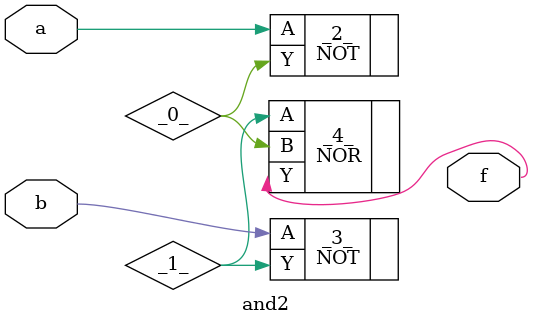
<source format=v>
/* Generated by Yosys 0.4 (git sha1 d5aa0ee, i686-pc-mingw32-gcc 4.8.1 -Os) */

(* src = "and2.v:1" *)
module and2(f, a, b);
  (* src = "and2.v:2" *)
  output f;
  (* src = "and2.v:3" *)
  input a;
  (* src = "and2.v:3" *)
  input b;
  wire _0_;
  wire _1_;
  NOT _2_ (
    .A(a),
    .Y(_0_)
  );
  NOT _3_ (
    .A(b),
    .Y(_1_)
  );
  NOR _4_ (
    .A(_1_),
    .B(_0_),
    .Y(f)
  );
endmodule

</source>
